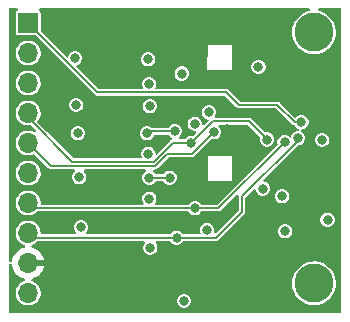
<source format=gbr>
%TF.GenerationSoftware,KiCad,Pcbnew,(5.99.0-3293-g62433736b)*%
%TF.CreationDate,2020-09-21T11:37:00+07:00*%
%TF.ProjectId,IMU_board,494d555f-626f-4617-9264-2e6b69636164,rev?*%
%TF.SameCoordinates,Original*%
%TF.FileFunction,Copper,L4,Bot*%
%TF.FilePolarity,Positive*%
%FSLAX46Y46*%
G04 Gerber Fmt 4.6, Leading zero omitted, Abs format (unit mm)*
G04 Created by KiCad (PCBNEW (5.99.0-3293-g62433736b)) date 2020-09-21 11:37:00*
%MOMM*%
%LPD*%
G01*
G04 APERTURE LIST*
%TA.AperFunction,ComponentPad*%
%ADD10R,1.700000X1.700000*%
%TD*%
%TA.AperFunction,ComponentPad*%
%ADD11O,1.700000X1.700000*%
%TD*%
%TA.AperFunction,ViaPad*%
%ADD12C,0.800000*%
%TD*%
%TA.AperFunction,ViaPad*%
%ADD13C,3.300000*%
%TD*%
%TA.AperFunction,Conductor*%
%ADD14C,0.152400*%
%TD*%
G04 APERTURE END LIST*
D10*
%TO.P,J1,1,Pin_1*%
%TO.N,LSM6D3_CS*%
X125050000Y-86960000D03*
D11*
%TO.P,J1,2,Pin_2*%
%TO.N,ICM20948_CS_3.3v*%
X125050000Y-89500000D03*
%TO.P,J1,3,Pin_3*%
%TO.N,ICM20948_DRDY_3.3v*%
X125050000Y-92040000D03*
%TO.P,J1,4,Pin_4*%
%TO.N,IMU_MISO_3.3v*%
X125050000Y-94580000D03*
%TO.P,J1,5,Pin_5*%
%TO.N,MPU9250_CS*%
X125050000Y-97120000D03*
%TO.P,J1,6,Pin_6*%
%TO.N,Net-(J1-Pad6)*%
X125050000Y-99660000D03*
%TO.P,J1,7,Pin_7*%
%TO.N,IMU_MOSI_3.3v*%
X125050000Y-102200000D03*
%TO.P,J1,8,Pin_8*%
%TO.N,IMU_CLK_3.3v*%
X125050000Y-104740000D03*
%TO.P,J1,9,Pin_9*%
%TO.N,GND*%
X125050000Y-107280000D03*
%TO.P,J1,10,Pin_10*%
%TO.N,+5V*%
X125050000Y-109820000D03*
%TD*%
D12*
%TO.N,GND*%
X150425000Y-105225000D03*
D13*
%TO.N,*%
X149250000Y-87750000D03*
X149250000Y-109000000D03*
D12*
%TO.N,MPU9250_CS*%
X140750000Y-96212500D03*
%TO.N,IMU_MOSI_3.3v*%
X139150000Y-102637500D03*
X146762500Y-97037500D03*
%TO.N,IMU_MOSI*%
X135325000Y-100050000D03*
X137025000Y-100050000D03*
%TO.N,IMU_MISO_3.3v*%
X145275000Y-96825000D03*
X138875000Y-97087500D03*
%TO.N,IMU_MISO*%
X135142500Y-96307500D03*
X137450000Y-96125000D03*
%TO.N,IMU_CLK_3.3v*%
X139162170Y-95487830D03*
X137611299Y-105138701D03*
X147875000Y-96725000D03*
%TO.N,ICM20948_DRDY*%
X140350000Y-94525000D03*
X135295000Y-92150000D03*
%TO.N,GND*%
X138100000Y-89512500D03*
X144500000Y-108775000D03*
X138325000Y-108775000D03*
X143162500Y-92962500D03*
X134950000Y-110650000D03*
X138600000Y-98725000D03*
X128800000Y-110475000D03*
X148900000Y-94550000D03*
X150100000Y-98125000D03*
X141925000Y-95962500D03*
X146400000Y-93225000D03*
X142475000Y-102612500D03*
X146662500Y-102862500D03*
%TO.N,+3V3*%
X129528799Y-104273799D03*
X129025000Y-89955000D03*
X150400000Y-103625000D03*
X149950000Y-96875000D03*
X146825000Y-104600000D03*
X129120000Y-93900000D03*
X140200000Y-104462500D03*
X129387889Y-100012111D03*
X144900000Y-100975000D03*
X138250000Y-110500000D03*
X129250000Y-96300000D03*
X146556250Y-101631250D03*
%TO.N,+1V8*%
X135225000Y-90030000D03*
X135378799Y-105998799D03*
X144550000Y-90687500D03*
X138050000Y-91237500D03*
X135345000Y-94000000D03*
X135312889Y-101837111D03*
X135227500Y-98032500D03*
%TO.N,LSM6D3_CS*%
X148187500Y-95362500D03*
%TD*%
D14*
%TO.N,MPU9250_CS*%
X140750000Y-96212500D02*
X138926201Y-98036299D01*
X136836305Y-98036299D02*
X135811494Y-99061111D01*
X138926201Y-98036299D02*
X136836305Y-98036299D01*
X135811494Y-99061111D02*
X126991111Y-99061111D01*
X126991111Y-99061111D02*
X125050000Y-97120000D01*
%TO.N,IMU_MOSI_3.3v*%
X141162500Y-102637500D02*
X139150000Y-102637500D01*
X139150000Y-102637500D02*
X125487500Y-102637500D01*
X125487500Y-102637500D02*
X125050000Y-102200000D01*
X146762500Y-97037500D02*
X141162500Y-102637500D01*
%TO.N,IMU_MOSI*%
X137025000Y-100050000D02*
X135325000Y-100050000D01*
%TO.N,IMU_MISO_3.3v*%
X138875000Y-97087500D02*
X137286722Y-97087500D01*
X128800521Y-98708701D02*
X125050000Y-94958180D01*
X143786299Y-95286299D02*
X145325000Y-96825000D01*
X138875000Y-97087500D02*
X140676201Y-95286299D01*
X137286722Y-97087500D02*
X135665521Y-98708701D01*
X140676201Y-95286299D02*
X143786299Y-95286299D01*
X135665521Y-98708701D02*
X128800521Y-98708701D01*
X125050000Y-94958180D02*
X125050000Y-94580000D01*
%TO.N,IMU_MISO*%
X135325000Y-96125000D02*
X135142500Y-96307500D01*
X137450000Y-96125000D02*
X135325000Y-96125000D01*
%TO.N,IMU_CLK_3.3v*%
X140949577Y-105138701D02*
X137611299Y-105138701D01*
X137611299Y-105138701D02*
X125448701Y-105138701D01*
X147875000Y-96725000D02*
X147875000Y-96925778D01*
X125448701Y-105138701D02*
X125050000Y-104740000D01*
X143151201Y-101649577D02*
X143151201Y-102937077D01*
X147875000Y-96925778D02*
X143151201Y-101649577D01*
X143151201Y-102937077D02*
X140949577Y-105138701D01*
%TO.N,LSM6D3_CS*%
X141326201Y-92826201D02*
X141824583Y-92826201D01*
X142898382Y-93900000D02*
X146159315Y-93900000D01*
X130916201Y-92826201D02*
X125050000Y-86960000D01*
X148187500Y-95362500D02*
X147621815Y-95362500D01*
X135276201Y-92826201D02*
X130916201Y-92826201D01*
X141824583Y-92826201D02*
X142898382Y-93900000D01*
X147621815Y-95362500D02*
X146159315Y-93900000D01*
X135276201Y-92826201D02*
X141326201Y-92826201D01*
%TD*%
%TA.AperFunction,Conductor*%
%TO.N,GND*%
G36*
X148860443Y-85720502D02*
G01*
X148906936Y-85774158D01*
X148917040Y-85844432D01*
X148887546Y-85909012D01*
X148818519Y-85949747D01*
X148703679Y-85974157D01*
X148397839Y-86098968D01*
X148380455Y-86110000D01*
X148118933Y-86275966D01*
X147875782Y-86499555D01*
X147749601Y-86665793D01*
X147676065Y-86762673D01*
X147526100Y-87056997D01*
X147430625Y-87373225D01*
X147392658Y-87701364D01*
X147413399Y-88031039D01*
X147452333Y-88189550D01*
X147492192Y-88351831D01*
X147626550Y-88653602D01*
X147649281Y-88687049D01*
X147801946Y-88911688D01*
X147812222Y-88926809D01*
X148043340Y-89162819D01*
X148312598Y-89354171D01*
X148611485Y-89494816D01*
X148611487Y-89494817D01*
X148611488Y-89494817D01*
X148930559Y-89580312D01*
X149095143Y-89594133D01*
X149259726Y-89607954D01*
X149259728Y-89607954D01*
X149369349Y-89597592D01*
X149588594Y-89576867D01*
X149843117Y-89505801D01*
X149906749Y-89488035D01*
X150094978Y-89397042D01*
X150204148Y-89344268D01*
X150471389Y-89150105D01*
X150700024Y-88911687D01*
X150882823Y-88636553D01*
X150945331Y-88492105D01*
X151014013Y-88333391D01*
X151089443Y-88011792D01*
X151100623Y-87584836D01*
X151042127Y-87259729D01*
X150926985Y-86950119D01*
X150758834Y-86665793D01*
X150542991Y-86415736D01*
X150286279Y-86207855D01*
X150108282Y-86110000D01*
X149996815Y-86048720D01*
X149996814Y-86048720D01*
X149996811Y-86048718D01*
X149691350Y-85945919D01*
X149633167Y-85905234D01*
X149606217Y-85839551D01*
X149619055Y-85769725D01*
X149667606Y-85717925D01*
X149731539Y-85700500D01*
X151549501Y-85700500D01*
X151549500Y-111549500D01*
X123450500Y-111549500D01*
X123450500Y-107475753D01*
X123470502Y-107407632D01*
X123524158Y-107361139D01*
X123594432Y-107351035D01*
X123659012Y-107380529D01*
X123702145Y-107466306D01*
X123704432Y-107496728D01*
X123760186Y-107720345D01*
X123852820Y-107931369D01*
X123979683Y-108123768D01*
X124137153Y-108292044D01*
X124320723Y-108431381D01*
X124525141Y-108537794D01*
X124692640Y-108591572D01*
X124751385Y-108631441D01*
X124779250Y-108696741D01*
X124767387Y-108766739D01*
X124701323Y-108828365D01*
X124691763Y-108832227D01*
X124561186Y-108884984D01*
X124388883Y-108997736D01*
X124241762Y-109141808D01*
X124125426Y-109311711D01*
X124044308Y-109500976D01*
X124001495Y-109702391D01*
X123998924Y-109886553D01*
X123998620Y-109908289D01*
X124035791Y-110110817D01*
X124111596Y-110302279D01*
X124223139Y-110475359D01*
X124366182Y-110623484D01*
X124535269Y-110741003D01*
X124723962Y-110823441D01*
X124925077Y-110867659D01*
X125130943Y-110871970D01*
X125130945Y-110871970D01*
X125210436Y-110857954D01*
X125333731Y-110836215D01*
X125525715Y-110761748D01*
X125699570Y-110651415D01*
X125699572Y-110651414D01*
X125848690Y-110509411D01*
X125922421Y-110404890D01*
X137649500Y-110404890D01*
X137649500Y-110595110D01*
X137708281Y-110776019D01*
X137820090Y-110929910D01*
X137973981Y-111041719D01*
X138154890Y-111100500D01*
X138345110Y-111100500D01*
X138526019Y-111041719D01*
X138679910Y-110929910D01*
X138791719Y-110776019D01*
X138850500Y-110595110D01*
X138850500Y-110404890D01*
X138791719Y-110223981D01*
X138679910Y-110070090D01*
X138526019Y-109958281D01*
X138345110Y-109899500D01*
X138154890Y-109899500D01*
X137973981Y-109958281D01*
X137820090Y-110070090D01*
X137708281Y-110223981D01*
X137649500Y-110404890D01*
X125922421Y-110404890D01*
X125967387Y-110341148D01*
X126051140Y-110153035D01*
X126096760Y-109952237D01*
X126100045Y-109717042D01*
X126077233Y-109601831D01*
X126060050Y-109515050D01*
X125981579Y-109324668D01*
X125867629Y-109153160D01*
X125722535Y-109007049D01*
X125722533Y-109007047D01*
X125639981Y-108951364D01*
X147392658Y-108951364D01*
X147413399Y-109281039D01*
X147424116Y-109324670D01*
X147492192Y-109601831D01*
X147626550Y-109903602D01*
X147663710Y-109958281D01*
X147801946Y-110161688D01*
X147812222Y-110176809D01*
X148043340Y-110412819D01*
X148312598Y-110604171D01*
X148611485Y-110744816D01*
X148611487Y-110744817D01*
X148611488Y-110744817D01*
X148930559Y-110830312D01*
X149095144Y-110844133D01*
X149259726Y-110857954D01*
X149259728Y-110857954D01*
X149369349Y-110847592D01*
X149588594Y-110826867D01*
X149843117Y-110755801D01*
X149906749Y-110738035D01*
X150085934Y-110651414D01*
X150204148Y-110594268D01*
X150471389Y-110400105D01*
X150700024Y-110161687D01*
X150882823Y-109886553D01*
X150962517Y-109702391D01*
X151014013Y-109583391D01*
X151089443Y-109261792D01*
X151100623Y-108834836D01*
X151042127Y-108509729D01*
X150926985Y-108200119D01*
X150758834Y-107915793D01*
X150542991Y-107665736D01*
X150286279Y-107457855D01*
X149996811Y-107298718D01*
X149683737Y-107193357D01*
X149683734Y-107193356D01*
X149356956Y-107145102D01*
X149356953Y-107145102D01*
X149026788Y-107155478D01*
X148703679Y-107224157D01*
X148397839Y-107348968D01*
X148397836Y-107348970D01*
X148118933Y-107525966D01*
X147875782Y-107749555D01*
X147789276Y-107863523D01*
X147676065Y-108012673D01*
X147526100Y-108306997D01*
X147430625Y-108623225D01*
X147392658Y-108951364D01*
X125639981Y-108951364D01*
X125551822Y-108891900D01*
X125402816Y-108829264D01*
X125347770Y-108784428D01*
X125325702Y-108716948D01*
X125343620Y-108648250D01*
X125419756Y-108594623D01*
X125419116Y-108592956D01*
X125425724Y-108590420D01*
X125426954Y-108589553D01*
X125429096Y-108589125D01*
X125644250Y-108506535D01*
X125842412Y-108388874D01*
X126017917Y-108239509D01*
X126165748Y-108062705D01*
X126281674Y-107863523D01*
X126362383Y-107647660D01*
X126384065Y-107534000D01*
X124796000Y-107534000D01*
X124796000Y-107026000D01*
X126384308Y-107026000D01*
X126369198Y-106937600D01*
X126292649Y-106720226D01*
X126180569Y-106518860D01*
X126036158Y-106339247D01*
X125863558Y-106186544D01*
X125667688Y-106065101D01*
X125454159Y-105978395D01*
X125419309Y-105970733D01*
X125357073Y-105936569D01*
X125323186Y-105874181D01*
X125328409Y-105803377D01*
X125400800Y-105730200D01*
X125525712Y-105681749D01*
X125525711Y-105681749D01*
X125525715Y-105681748D01*
X125699570Y-105571415D01*
X125699572Y-105571414D01*
X125819635Y-105457080D01*
X125863403Y-105415401D01*
X134813116Y-105415401D01*
X134881237Y-105435403D01*
X134927730Y-105489059D01*
X134937834Y-105559333D01*
X134915052Y-105615462D01*
X134837080Y-105722780D01*
X134778299Y-105903689D01*
X134778299Y-106093909D01*
X134837080Y-106274818D01*
X134948889Y-106428709D01*
X135102780Y-106540518D01*
X135283689Y-106599299D01*
X135473909Y-106599299D01*
X135654818Y-106540518D01*
X135808709Y-106428709D01*
X135920518Y-106274818D01*
X135979299Y-106093909D01*
X135979299Y-105903689D01*
X135920518Y-105722780D01*
X135842546Y-105615462D01*
X135818688Y-105548595D01*
X135834768Y-105479443D01*
X135885681Y-105429963D01*
X135944482Y-105415401D01*
X137070075Y-105415401D01*
X137181389Y-105568611D01*
X137335280Y-105680420D01*
X137516189Y-105739201D01*
X137706409Y-105739201D01*
X137887318Y-105680420D01*
X138041209Y-105568611D01*
X138152523Y-105415401D01*
X140902385Y-105415401D01*
X140917449Y-105420691D01*
X140964986Y-105415401D01*
X140980768Y-105415401D01*
X140995800Y-105411972D01*
X141042914Y-105406729D01*
X141056703Y-105398079D01*
X141072656Y-105394440D01*
X141110213Y-105364512D01*
X141123266Y-105356324D01*
X141134162Y-105345428D01*
X141171384Y-105315767D01*
X141178429Y-105301161D01*
X141974700Y-104504890D01*
X146224500Y-104504890D01*
X146224500Y-104695110D01*
X146283281Y-104876019D01*
X146395090Y-105029910D01*
X146548981Y-105141719D01*
X146729890Y-105200500D01*
X146920110Y-105200500D01*
X147101019Y-105141719D01*
X147254910Y-105029910D01*
X147366719Y-104876019D01*
X147425500Y-104695110D01*
X147425500Y-104504890D01*
X147366719Y-104323981D01*
X147254910Y-104170090D01*
X147101019Y-104058281D01*
X146920110Y-103999500D01*
X146729890Y-103999500D01*
X146548981Y-104058281D01*
X146395090Y-104170090D01*
X146283281Y-104323981D01*
X146224500Y-104504890D01*
X141974700Y-104504890D01*
X142949700Y-103529890D01*
X149799500Y-103529890D01*
X149799500Y-103720110D01*
X149858281Y-103901019D01*
X149970090Y-104054910D01*
X150123981Y-104166719D01*
X150304890Y-104225500D01*
X150495110Y-104225500D01*
X150676019Y-104166719D01*
X150829910Y-104054910D01*
X150941719Y-103901019D01*
X151000500Y-103720110D01*
X151000500Y-103529890D01*
X150941719Y-103348981D01*
X150829910Y-103195090D01*
X150676019Y-103083281D01*
X150495110Y-103024500D01*
X150304890Y-103024500D01*
X150123981Y-103083281D01*
X149970090Y-103195090D01*
X149858281Y-103348981D01*
X149799500Y-103529890D01*
X142949700Y-103529890D01*
X143313486Y-103166105D01*
X143327880Y-103159193D01*
X143357760Y-103121831D01*
X143368914Y-103110678D01*
X143377117Y-103097627D01*
X143406725Y-103060603D01*
X143410359Y-103044735D01*
X143419067Y-103030881D01*
X143424460Y-102983164D01*
X143427901Y-102968143D01*
X143427901Y-102952730D01*
X143433247Y-102905440D01*
X143430257Y-102896878D01*
X143427901Y-102890130D01*
X143427901Y-101764189D01*
X144255965Y-100936125D01*
X144358281Y-101251020D01*
X144390520Y-101295392D01*
X144470090Y-101404910D01*
X144623981Y-101516719D01*
X144804890Y-101575500D01*
X144995110Y-101575500D01*
X145116247Y-101536140D01*
X145955750Y-101536140D01*
X145955750Y-101726360D01*
X146014531Y-101907269D01*
X146126340Y-102061160D01*
X146280231Y-102172969D01*
X146461140Y-102231750D01*
X146651360Y-102231750D01*
X146832269Y-102172969D01*
X146986160Y-102061160D01*
X147097969Y-101907269D01*
X147156750Y-101726360D01*
X147156750Y-101536140D01*
X147097969Y-101355231D01*
X146986160Y-101201340D01*
X146832269Y-101089531D01*
X146651360Y-101030750D01*
X146461140Y-101030750D01*
X146280231Y-101089531D01*
X146126340Y-101201340D01*
X146014531Y-101355231D01*
X145955750Y-101536140D01*
X145116247Y-101536140D01*
X145176019Y-101516719D01*
X145329910Y-101404910D01*
X145441719Y-101251019D01*
X145500500Y-101070110D01*
X145500500Y-100879890D01*
X145441719Y-100698981D01*
X145329910Y-100545090D01*
X145176020Y-100433281D01*
X144861125Y-100330965D01*
X147866591Y-97325500D01*
X147970110Y-97325500D01*
X148151019Y-97266719D01*
X148304910Y-97154910D01*
X148416719Y-97001019D01*
X148475500Y-96820110D01*
X148475500Y-96779890D01*
X149349500Y-96779890D01*
X149349500Y-96970110D01*
X149408281Y-97151019D01*
X149520090Y-97304910D01*
X149673981Y-97416719D01*
X149854890Y-97475500D01*
X150045110Y-97475500D01*
X150226019Y-97416719D01*
X150379910Y-97304910D01*
X150491719Y-97151019D01*
X150550500Y-96970110D01*
X150550500Y-96779890D01*
X150491719Y-96598981D01*
X150379910Y-96445090D01*
X150226019Y-96333281D01*
X150045110Y-96274500D01*
X149854890Y-96274500D01*
X149673981Y-96333281D01*
X149520090Y-96445090D01*
X149408281Y-96598981D01*
X149349500Y-96779890D01*
X148475500Y-96779890D01*
X148475500Y-96629890D01*
X148416719Y-96448981D01*
X148304910Y-96295090D01*
X148180761Y-96204890D01*
X148161555Y-96190936D01*
X148118201Y-96134714D01*
X148112126Y-96063977D01*
X148145258Y-96001186D01*
X148235616Y-95963000D01*
X148282610Y-95963000D01*
X148463519Y-95904219D01*
X148617410Y-95792410D01*
X148729219Y-95638519D01*
X148788000Y-95457610D01*
X148788000Y-95267390D01*
X148729219Y-95086481D01*
X148617410Y-94932590D01*
X148463519Y-94820781D01*
X148282610Y-94762000D01*
X148092390Y-94762000D01*
X147911481Y-94820781D01*
X147656595Y-95005967D01*
X146388344Y-93737717D01*
X146381431Y-93723321D01*
X146344064Y-93693437D01*
X146332917Y-93682289D01*
X146319874Y-93674091D01*
X146282842Y-93644477D01*
X146282841Y-93644477D01*
X146282840Y-93644476D01*
X146266970Y-93640841D01*
X146253119Y-93632136D01*
X146205413Y-93626743D01*
X146190381Y-93623300D01*
X146174959Y-93623300D01*
X146127679Y-93617955D01*
X146112373Y-93623300D01*
X143012995Y-93623300D01*
X142053612Y-92663918D01*
X142046699Y-92649522D01*
X142009332Y-92619638D01*
X141998185Y-92608490D01*
X141985142Y-92600292D01*
X141948110Y-92570678D01*
X141948109Y-92570678D01*
X141948108Y-92570677D01*
X141932238Y-92567042D01*
X141918387Y-92558337D01*
X141870681Y-92552944D01*
X141855649Y-92549501D01*
X141840227Y-92549501D01*
X141792947Y-92544156D01*
X141777641Y-92549501D01*
X135796597Y-92549501D01*
X135853935Y-92373035D01*
X135895500Y-92245110D01*
X135895500Y-92054890D01*
X135836719Y-91873981D01*
X135724910Y-91720090D01*
X135571019Y-91608281D01*
X135390110Y-91549500D01*
X135199890Y-91549500D01*
X135018981Y-91608281D01*
X134865090Y-91720090D01*
X134753281Y-91873981D01*
X134694500Y-92054890D01*
X134694500Y-92245110D01*
X134736066Y-92373035D01*
X134793403Y-92549501D01*
X131030814Y-92549501D01*
X129623703Y-91142390D01*
X137449500Y-91142390D01*
X137449500Y-91332610D01*
X137508281Y-91513519D01*
X137620090Y-91667410D01*
X137773981Y-91779219D01*
X137954890Y-91838000D01*
X138145110Y-91838000D01*
X138326019Y-91779219D01*
X138479910Y-91667410D01*
X138591719Y-91513519D01*
X138650500Y-91332610D01*
X138650500Y-91142390D01*
X138591719Y-90961481D01*
X138574296Y-90937500D01*
X140225000Y-90937500D01*
X142275000Y-90937500D01*
X142275000Y-90592390D01*
X143949500Y-90592390D01*
X143949500Y-90782610D01*
X144008281Y-90963519D01*
X144120090Y-91117410D01*
X144273981Y-91229219D01*
X144454890Y-91288000D01*
X144645110Y-91288000D01*
X144826019Y-91229219D01*
X144979910Y-91117410D01*
X145091719Y-90963519D01*
X145150500Y-90782610D01*
X145150500Y-90592390D01*
X145091719Y-90411481D01*
X144979910Y-90257590D01*
X144826019Y-90145781D01*
X144645110Y-90087000D01*
X144454890Y-90087000D01*
X144273981Y-90145781D01*
X144120090Y-90257590D01*
X144008281Y-90411481D01*
X143949500Y-90592390D01*
X142275000Y-90592390D01*
X142275000Y-88812500D01*
X140250000Y-88812500D01*
X140225000Y-90937500D01*
X138574296Y-90937500D01*
X138479910Y-90807590D01*
X138326019Y-90695781D01*
X138145110Y-90637000D01*
X137954890Y-90637000D01*
X137773981Y-90695781D01*
X137620090Y-90807590D01*
X137508281Y-90961481D01*
X137449500Y-91142390D01*
X129623703Y-91142390D01*
X129057242Y-90575929D01*
X129301019Y-90496719D01*
X129454910Y-90384910D01*
X129566719Y-90231019D01*
X129625500Y-90050110D01*
X129625500Y-89934890D01*
X134624500Y-89934890D01*
X134624500Y-90125110D01*
X134683281Y-90306019D01*
X134795090Y-90459910D01*
X134948981Y-90571719D01*
X135129890Y-90630500D01*
X135320110Y-90630500D01*
X135501019Y-90571719D01*
X135654910Y-90459910D01*
X135766719Y-90306019D01*
X135825500Y-90125110D01*
X135825500Y-89934890D01*
X135766719Y-89753981D01*
X135654910Y-89600090D01*
X135501019Y-89488281D01*
X135320110Y-89429500D01*
X135129890Y-89429500D01*
X134948981Y-89488281D01*
X134795090Y-89600090D01*
X134683281Y-89753981D01*
X134624500Y-89934890D01*
X129625500Y-89934890D01*
X129625500Y-89859890D01*
X129566719Y-89678981D01*
X129454910Y-89525090D01*
X129301019Y-89413281D01*
X129120110Y-89354500D01*
X128929890Y-89354500D01*
X128748981Y-89413281D01*
X128595090Y-89525090D01*
X128483281Y-89678981D01*
X128404071Y-89922758D01*
X126103918Y-87622606D01*
X126103918Y-86109998D01*
X126088397Y-86031964D01*
X126044193Y-85965809D01*
X125992495Y-85931265D01*
X125946968Y-85876787D01*
X125938121Y-85806344D01*
X125968762Y-85742300D01*
X126062498Y-85700500D01*
X148792322Y-85700500D01*
X148860443Y-85720502D01*
G37*
%TD.AperFunction*%
%TA.AperFunction,Conductor*%
G36*
X124105623Y-85720502D02*
G01*
X124152116Y-85774158D01*
X124162220Y-85844432D01*
X124107505Y-85931265D01*
X124055807Y-85965809D01*
X124011603Y-86031964D01*
X123996082Y-86109998D01*
X123996082Y-87810002D01*
X124011603Y-87888036D01*
X124055808Y-87954192D01*
X124121964Y-87998397D01*
X124199998Y-88013918D01*
X125712606Y-88013918D01*
X130687173Y-92988486D01*
X130694085Y-93002880D01*
X130731447Y-93032760D01*
X130742598Y-93043912D01*
X130755653Y-93052117D01*
X130792676Y-93081725D01*
X130808546Y-93085360D01*
X130822396Y-93094065D01*
X130870103Y-93099458D01*
X130885135Y-93102901D01*
X130900557Y-93102901D01*
X130947837Y-93108246D01*
X130963143Y-93102901D01*
X141709971Y-93102901D01*
X142669354Y-94062286D01*
X142676266Y-94076679D01*
X142713628Y-94106559D01*
X142724779Y-94117711D01*
X142737834Y-94125916D01*
X142774857Y-94155524D01*
X142790727Y-94159159D01*
X142804577Y-94167864D01*
X142852284Y-94173257D01*
X142867316Y-94176700D01*
X142882738Y-94176700D01*
X142930018Y-94182045D01*
X142945324Y-94176700D01*
X146044703Y-94176700D01*
X147392787Y-95524785D01*
X147399699Y-95539179D01*
X147437056Y-95569054D01*
X147448214Y-95580212D01*
X147453352Y-95583441D01*
X147461265Y-95588414D01*
X147498290Y-95618024D01*
X147514158Y-95621658D01*
X147528009Y-95630364D01*
X147528011Y-95630365D01*
X147575722Y-95635758D01*
X147590748Y-95639200D01*
X147606170Y-95639200D01*
X147649865Y-95644140D01*
X147757590Y-95792410D01*
X147900945Y-95896564D01*
X147944299Y-95952786D01*
X147950374Y-96023523D01*
X147917242Y-96086314D01*
X147826884Y-96124500D01*
X147779890Y-96124500D01*
X147598981Y-96183281D01*
X147445090Y-96295090D01*
X147333281Y-96448981D01*
X147264683Y-96660101D01*
X147192411Y-96607592D01*
X147192410Y-96607590D01*
X147038519Y-96495781D01*
X146857610Y-96437000D01*
X146667390Y-96437000D01*
X146486481Y-96495781D01*
X146332590Y-96607590D01*
X146220781Y-96761481D01*
X146162000Y-96942390D01*
X146162000Y-97132610D01*
X146189976Y-97218711D01*
X141047888Y-102360800D01*
X139691224Y-102360800D01*
X139579910Y-102207590D01*
X139426019Y-102095781D01*
X139245110Y-102037000D01*
X139054890Y-102037000D01*
X138873981Y-102095781D01*
X138720090Y-102207590D01*
X138608776Y-102360800D01*
X135921954Y-102360800D01*
X135853833Y-102340798D01*
X135807340Y-102287142D01*
X135797236Y-102216868D01*
X135820018Y-102160739D01*
X135854608Y-102113130D01*
X135913389Y-101932221D01*
X135913389Y-101742001D01*
X135854608Y-101561092D01*
X135742799Y-101407201D01*
X135588908Y-101295392D01*
X135407999Y-101236611D01*
X135217779Y-101236611D01*
X135036870Y-101295392D01*
X134882979Y-101407201D01*
X134771170Y-101561092D01*
X134712389Y-101742001D01*
X134712389Y-101932221D01*
X134771170Y-102113130D01*
X134805760Y-102160739D01*
X134829619Y-102227607D01*
X134813538Y-102296758D01*
X134762624Y-102346239D01*
X134703824Y-102360800D01*
X126096360Y-102360800D01*
X126096759Y-102332241D01*
X126096760Y-102332237D01*
X126100045Y-102097042D01*
X126100045Y-102097040D01*
X126060050Y-101895050D01*
X125981579Y-101704668D01*
X125867629Y-101533160D01*
X125722535Y-101387049D01*
X125722533Y-101387047D01*
X125551822Y-101271900D01*
X125361996Y-101192105D01*
X125361995Y-101192105D01*
X125361993Y-101192104D01*
X125160289Y-101150700D01*
X125005853Y-101149622D01*
X124954375Y-101149262D01*
X124954374Y-101149262D01*
X124752106Y-101187847D01*
X124656647Y-101226415D01*
X124561186Y-101264984D01*
X124388883Y-101377736D01*
X124241762Y-101521808D01*
X124125426Y-101691711D01*
X124044308Y-101880976D01*
X124011143Y-102037000D01*
X124001495Y-102082391D01*
X123998620Y-102288289D01*
X124035791Y-102490817D01*
X124111596Y-102682279D01*
X124223139Y-102855359D01*
X124366182Y-103003484D01*
X124535269Y-103121003D01*
X124723962Y-103203441D01*
X124925077Y-103247659D01*
X125130943Y-103251970D01*
X125130945Y-103251970D01*
X125210175Y-103238000D01*
X125333731Y-103216215D01*
X125525715Y-103141748D01*
X125699570Y-103031416D01*
X125822660Y-102914200D01*
X138608776Y-102914200D01*
X138720090Y-103067410D01*
X138873981Y-103179219D01*
X139054890Y-103238000D01*
X139245110Y-103238000D01*
X139426019Y-103179219D01*
X139579910Y-103067410D01*
X139691224Y-102914200D01*
X141115308Y-102914200D01*
X141130372Y-102919490D01*
X141177909Y-102914200D01*
X141193691Y-102914200D01*
X141208723Y-102910771D01*
X141255837Y-102905528D01*
X141269626Y-102896878D01*
X141285579Y-102893239D01*
X141323136Y-102863311D01*
X141336189Y-102855123D01*
X141347085Y-102844227D01*
X141384307Y-102814566D01*
X141391352Y-102799960D01*
X142659407Y-101531906D01*
X142721718Y-101497880D01*
X142792533Y-101502945D01*
X142849369Y-101545492D01*
X142874501Y-101621001D01*
X142874501Y-101633933D01*
X142869156Y-101681213D01*
X142874501Y-101696519D01*
X142874502Y-102822463D01*
X141853077Y-103843889D01*
X141008515Y-104688451D01*
X140946203Y-104722476D01*
X140875388Y-104717412D01*
X140818552Y-104674865D01*
X140793741Y-104608345D01*
X140799587Y-104560420D01*
X140800500Y-104557610D01*
X140800500Y-104367390D01*
X140741719Y-104186481D01*
X140629910Y-104032590D01*
X140476019Y-103920781D01*
X140295110Y-103862000D01*
X140104890Y-103862000D01*
X139923981Y-103920781D01*
X139770090Y-104032590D01*
X139658281Y-104186481D01*
X139599500Y-104367390D01*
X139599500Y-104557610D01*
X139698403Y-104862001D01*
X138152523Y-104862001D01*
X138041209Y-104708791D01*
X137887318Y-104596982D01*
X137706409Y-104538201D01*
X137516189Y-104538201D01*
X137335280Y-104596982D01*
X137181389Y-104708791D01*
X137070075Y-104862001D01*
X130090992Y-104862001D01*
X130022871Y-104841999D01*
X129976378Y-104788343D01*
X129966274Y-104718069D01*
X129989056Y-104661940D01*
X130070518Y-104549818D01*
X130129299Y-104368909D01*
X130129299Y-104178689D01*
X130070518Y-103997780D01*
X129958709Y-103843889D01*
X129804818Y-103732080D01*
X129623909Y-103673299D01*
X129433689Y-103673299D01*
X129252780Y-103732080D01*
X129098889Y-103843889D01*
X128987080Y-103997780D01*
X128928299Y-104178689D01*
X128928299Y-104368909D01*
X128987080Y-104549818D01*
X129068542Y-104661940D01*
X129092400Y-104728807D01*
X129076320Y-104797959D01*
X129025406Y-104847439D01*
X128966606Y-104862001D01*
X126096903Y-104862001D01*
X126100045Y-104637042D01*
X126092113Y-104596982D01*
X126060050Y-104435050D01*
X125981579Y-104244668D01*
X125867629Y-104073160D01*
X125722535Y-103927049D01*
X125722533Y-103927047D01*
X125551822Y-103811900D01*
X125361996Y-103732105D01*
X125361995Y-103732105D01*
X125361993Y-103732104D01*
X125160289Y-103690700D01*
X125005853Y-103689621D01*
X124954375Y-103689262D01*
X124954374Y-103689262D01*
X124752106Y-103727847D01*
X124656646Y-103766416D01*
X124561186Y-103804984D01*
X124388883Y-103917736D01*
X124241762Y-104061808D01*
X124125426Y-104231711D01*
X124044308Y-104420976D01*
X124001495Y-104622391D01*
X123999044Y-104797959D01*
X123998620Y-104828289D01*
X124035791Y-105030817D01*
X124111596Y-105222279D01*
X124223139Y-105395359D01*
X124366182Y-105543484D01*
X124535269Y-105661003D01*
X124703158Y-105734352D01*
X124757574Y-105779954D01*
X124778697Y-105847735D01*
X124759822Y-105916176D01*
X124688921Y-105970500D01*
X124549386Y-106012363D01*
X124342960Y-106114833D01*
X124156749Y-106250621D01*
X123996079Y-106415841D01*
X123865546Y-106605768D01*
X123768880Y-106814972D01*
X123708842Y-107037482D01*
X123701941Y-107110484D01*
X123675617Y-107176421D01*
X123617824Y-107217658D01*
X123546911Y-107221104D01*
X123485392Y-107185664D01*
X123450500Y-107098627D01*
X123450500Y-99748289D01*
X123998620Y-99748289D01*
X124035791Y-99950817D01*
X124111596Y-100142279D01*
X124223139Y-100315359D01*
X124366182Y-100463484D01*
X124535269Y-100581003D01*
X124723962Y-100663441D01*
X124925077Y-100707659D01*
X125130943Y-100711970D01*
X125130945Y-100711970D01*
X125204611Y-100698981D01*
X125333731Y-100676215D01*
X125525715Y-100601748D01*
X125699570Y-100491415D01*
X125699572Y-100491414D01*
X125848690Y-100349411D01*
X125861703Y-100330965D01*
X125967386Y-100181149D01*
X125967387Y-100181148D01*
X126051140Y-99993035D01*
X126096760Y-99792237D01*
X126100045Y-99557042D01*
X126092160Y-99517218D01*
X126060050Y-99355050D01*
X126011718Y-99237790D01*
X125981580Y-99164670D01*
X125867628Y-98993159D01*
X125722533Y-98847047D01*
X125551822Y-98731900D01*
X125361996Y-98652105D01*
X125361995Y-98652105D01*
X125361993Y-98652104D01*
X125160289Y-98610700D01*
X125005853Y-98609621D01*
X124954375Y-98609262D01*
X124954374Y-98609262D01*
X124752106Y-98647847D01*
X124656647Y-98686415D01*
X124561186Y-98724984D01*
X124388883Y-98837736D01*
X124241762Y-98981808D01*
X124125426Y-99151711D01*
X124125426Y-99151712D01*
X124045665Y-99337811D01*
X124044308Y-99340976D01*
X124008481Y-99509525D01*
X124001495Y-99542391D01*
X123998620Y-99748289D01*
X123450500Y-99748289D01*
X123450500Y-94668289D01*
X123998620Y-94668289D01*
X124035791Y-94870817D01*
X124111596Y-95062279D01*
X124223139Y-95235359D01*
X124366182Y-95383484D01*
X124535269Y-95501003D01*
X124723962Y-95583441D01*
X124925077Y-95627659D01*
X125130943Y-95631970D01*
X125130945Y-95631970D01*
X125245161Y-95611831D01*
X125302269Y-95601762D01*
X125685282Y-95984775D01*
X125719308Y-96047087D01*
X125714243Y-96117902D01*
X125671696Y-96174738D01*
X125605176Y-96199549D01*
X125547363Y-96190025D01*
X125361996Y-96112105D01*
X125361995Y-96112105D01*
X125361993Y-96112104D01*
X125160289Y-96070700D01*
X125005853Y-96069622D01*
X124954375Y-96069262D01*
X124954374Y-96069262D01*
X124752106Y-96107847D01*
X124656646Y-96146416D01*
X124561186Y-96184984D01*
X124388883Y-96297736D01*
X124241762Y-96441808D01*
X124125426Y-96611711D01*
X124044308Y-96800976D01*
X124018985Y-96920110D01*
X124001495Y-97002391D01*
X123998620Y-97208289D01*
X124035791Y-97410817D01*
X124111596Y-97602279D01*
X124223139Y-97775359D01*
X124366182Y-97923484D01*
X124535269Y-98041003D01*
X124723962Y-98123441D01*
X124925077Y-98167659D01*
X125130943Y-98171970D01*
X125130945Y-98171970D01*
X125266136Y-98148133D01*
X125333733Y-98136214D01*
X125393417Y-98113064D01*
X125525712Y-98061749D01*
X125525715Y-98061747D01*
X125579552Y-98040864D01*
X126762083Y-99223396D01*
X126768995Y-99237790D01*
X126806357Y-99267670D01*
X126817510Y-99278824D01*
X126830561Y-99287027D01*
X126867585Y-99316635D01*
X126883453Y-99320269D01*
X126897307Y-99328977D01*
X126945024Y-99334370D01*
X126960045Y-99337811D01*
X126975454Y-99337811D01*
X127013290Y-99342088D01*
X127022748Y-99343157D01*
X127022749Y-99343157D01*
X127038058Y-99337811D01*
X128906565Y-99337811D01*
X128974686Y-99357813D01*
X129021179Y-99411469D01*
X129031283Y-99481743D01*
X128980626Y-99565747D01*
X128957979Y-99582201D01*
X128846170Y-99736092D01*
X128787389Y-99917001D01*
X128787389Y-100107221D01*
X128846170Y-100288130D01*
X128957979Y-100442021D01*
X129111870Y-100553830D01*
X129292779Y-100612611D01*
X129482999Y-100612611D01*
X129663908Y-100553830D01*
X129817799Y-100442021D01*
X129929608Y-100288130D01*
X129988389Y-100107221D01*
X129988389Y-99917001D01*
X129929608Y-99736092D01*
X129817799Y-99582201D01*
X129795152Y-99565747D01*
X129751798Y-99509525D01*
X129745723Y-99438789D01*
X129778854Y-99375997D01*
X129869213Y-99337811D01*
X134895825Y-99337811D01*
X134963946Y-99357813D01*
X135010439Y-99411469D01*
X135020543Y-99481743D01*
X134969886Y-99565747D01*
X134895090Y-99620090D01*
X134783281Y-99773981D01*
X134724500Y-99954890D01*
X134724500Y-100145110D01*
X134783281Y-100326019D01*
X134895090Y-100479910D01*
X135048981Y-100591719D01*
X135229890Y-100650500D01*
X135420110Y-100650500D01*
X135601019Y-100591719D01*
X135754910Y-100479910D01*
X135866224Y-100326700D01*
X136483776Y-100326700D01*
X136595090Y-100479910D01*
X136748981Y-100591719D01*
X136929890Y-100650500D01*
X137120110Y-100650500D01*
X137301019Y-100591719D01*
X137454910Y-100479910D01*
X137566719Y-100326019D01*
X137625500Y-100145110D01*
X137625500Y-99954890D01*
X137566719Y-99773981D01*
X137454910Y-99620090D01*
X137301019Y-99508281D01*
X137120110Y-99449500D01*
X136929890Y-99449500D01*
X136748981Y-99508281D01*
X136595090Y-99620090D01*
X136483776Y-99773300D01*
X135866224Y-99773300D01*
X135754910Y-99620090D01*
X135690702Y-99573440D01*
X135647348Y-99517218D01*
X135641273Y-99446481D01*
X135674404Y-99383690D01*
X135750827Y-99346277D01*
X135826903Y-99337811D01*
X135842685Y-99337811D01*
X135857717Y-99334382D01*
X135904831Y-99329139D01*
X135918620Y-99320489D01*
X135934573Y-99316850D01*
X135972130Y-99286922D01*
X135985183Y-99278734D01*
X135996079Y-99267838D01*
X136033301Y-99238177D01*
X136040346Y-99223571D01*
X136950918Y-98312999D01*
X138879009Y-98312999D01*
X138894073Y-98318289D01*
X138941610Y-98312999D01*
X138957392Y-98312999D01*
X138972424Y-98309570D01*
X139019538Y-98304327D01*
X139033327Y-98295677D01*
X139049280Y-98292038D01*
X139086837Y-98262110D01*
X139099890Y-98253922D01*
X139110786Y-98243026D01*
X139148008Y-98213365D01*
X139155053Y-98198759D01*
X139166312Y-98187500D01*
X140250000Y-98187500D01*
X140250000Y-100312500D01*
X142300000Y-100362500D01*
X142325000Y-98187500D01*
X140250000Y-98187500D01*
X139166312Y-98187500D01*
X140568789Y-96785024D01*
X140654890Y-96813000D01*
X140845110Y-96813000D01*
X141026019Y-96754219D01*
X141179910Y-96642410D01*
X141291719Y-96488519D01*
X141350500Y-96307610D01*
X141350500Y-96117390D01*
X141291719Y-95936481D01*
X141179910Y-95782590D01*
X141168180Y-95766445D01*
X141170956Y-95764428D01*
X141148042Y-95734712D01*
X141141967Y-95663976D01*
X141175099Y-95601184D01*
X141265457Y-95562999D01*
X143671687Y-95562999D01*
X144714738Y-96606050D01*
X144674500Y-96729890D01*
X144674500Y-96920110D01*
X144733281Y-97101019D01*
X144845090Y-97254910D01*
X144998981Y-97366719D01*
X145179890Y-97425500D01*
X145370110Y-97425500D01*
X145551019Y-97366719D01*
X145704910Y-97254910D01*
X145816719Y-97101019D01*
X145875500Y-96920110D01*
X145875500Y-96729890D01*
X145816719Y-96548981D01*
X145704910Y-96395090D01*
X145551019Y-96283281D01*
X145370110Y-96224500D01*
X145115813Y-96224500D01*
X144015328Y-95124016D01*
X144008415Y-95109620D01*
X143971048Y-95079736D01*
X143959901Y-95068588D01*
X143946858Y-95060390D01*
X143909826Y-95030776D01*
X143909825Y-95030776D01*
X143909824Y-95030775D01*
X143893954Y-95027140D01*
X143880103Y-95018435D01*
X143832397Y-95013042D01*
X143817365Y-95009599D01*
X143801943Y-95009599D01*
X143754663Y-95004254D01*
X143739357Y-95009599D01*
X140987465Y-95009599D01*
X140919344Y-94989597D01*
X140872851Y-94935941D01*
X140862747Y-94865667D01*
X140885530Y-94809537D01*
X140891719Y-94801019D01*
X140950500Y-94620110D01*
X140950500Y-94429890D01*
X140891719Y-94248981D01*
X140779910Y-94095090D01*
X140626019Y-93983281D01*
X140445110Y-93924500D01*
X140254890Y-93924500D01*
X140073981Y-93983281D01*
X139920090Y-94095090D01*
X139808281Y-94248981D01*
X139749500Y-94429890D01*
X139749500Y-94620110D01*
X139808281Y-94801019D01*
X139920090Y-94954910D01*
X140073981Y-95066719D01*
X140398896Y-95172291D01*
X139977765Y-95593422D01*
X139915453Y-95627448D01*
X139844638Y-95622383D01*
X139787802Y-95579836D01*
X139762670Y-95504327D01*
X139762670Y-95392720D01*
X139703889Y-95211811D01*
X139592080Y-95057920D01*
X139438189Y-94946111D01*
X139257280Y-94887330D01*
X139067060Y-94887330D01*
X138886151Y-94946111D01*
X138732260Y-95057920D01*
X138620451Y-95211811D01*
X138561670Y-95392720D01*
X138561670Y-95582940D01*
X138620451Y-95763849D01*
X138732260Y-95917740D01*
X138886151Y-96029549D01*
X139067060Y-96088330D01*
X139178668Y-96088330D01*
X139246789Y-96108332D01*
X139293282Y-96161988D01*
X139303386Y-96232262D01*
X139267763Y-96303425D01*
X139056212Y-96514976D01*
X138997135Y-96495781D01*
X138970110Y-96487000D01*
X138779890Y-96487000D01*
X138598981Y-96545781D01*
X138445090Y-96657590D01*
X138333776Y-96810800D01*
X137915496Y-96810800D01*
X137847375Y-96790798D01*
X137800882Y-96737142D01*
X137790778Y-96666868D01*
X137841435Y-96582864D01*
X137879910Y-96554910D01*
X137991719Y-96401019D01*
X138050500Y-96220110D01*
X138050500Y-96029890D01*
X137991719Y-95848981D01*
X137879910Y-95695090D01*
X137726019Y-95583281D01*
X137545110Y-95524500D01*
X137354890Y-95524500D01*
X137173981Y-95583281D01*
X137020090Y-95695090D01*
X136908776Y-95848300D01*
X135532096Y-95848300D01*
X135418519Y-95765781D01*
X135237610Y-95707000D01*
X135047390Y-95707000D01*
X134866481Y-95765781D01*
X134712590Y-95877590D01*
X134600781Y-96031481D01*
X134542000Y-96212390D01*
X134542000Y-96402610D01*
X134600781Y-96583519D01*
X134712590Y-96737410D01*
X134866481Y-96849219D01*
X135047390Y-96908000D01*
X135237610Y-96908000D01*
X135418519Y-96849219D01*
X135572410Y-96737410D01*
X135684219Y-96583519D01*
X135714896Y-96489106D01*
X135743296Y-96401700D01*
X136908776Y-96401700D01*
X137020090Y-96554910D01*
X137173981Y-96666719D01*
X137173983Y-96666720D01*
X137276916Y-96741505D01*
X137163645Y-96831761D01*
X137163643Y-96831761D01*
X137126089Y-96861686D01*
X137113032Y-96869877D01*
X137102132Y-96880777D01*
X137064915Y-96910434D01*
X137057871Y-96925038D01*
X135881344Y-98101565D01*
X135769219Y-97756481D01*
X135657410Y-97602590D01*
X135503519Y-97490781D01*
X135322610Y-97432000D01*
X135132390Y-97432000D01*
X134951481Y-97490781D01*
X134797590Y-97602590D01*
X134685781Y-97756481D01*
X134627000Y-97937390D01*
X134627000Y-98127610D01*
X134670702Y-98262109D01*
X134725903Y-98432001D01*
X128915134Y-98432001D01*
X126688023Y-96204890D01*
X128649500Y-96204890D01*
X128649500Y-96395110D01*
X128708281Y-96576019D01*
X128820090Y-96729910D01*
X128973981Y-96841719D01*
X129154890Y-96900500D01*
X129345110Y-96900500D01*
X129526019Y-96841719D01*
X129679910Y-96729910D01*
X129791719Y-96576019D01*
X129850500Y-96395110D01*
X129850500Y-96204890D01*
X129791719Y-96023981D01*
X129679910Y-95870090D01*
X129526019Y-95758281D01*
X129345110Y-95699500D01*
X129154890Y-95699500D01*
X128973981Y-95758281D01*
X128820090Y-95870090D01*
X128708281Y-96023981D01*
X128649500Y-96204890D01*
X126688023Y-96204890D01*
X125808920Y-95325788D01*
X125950208Y-95125500D01*
X125967387Y-95101148D01*
X126051140Y-94913035D01*
X126096760Y-94712237D01*
X126100045Y-94477042D01*
X126090709Y-94429890D01*
X126060050Y-94275050D01*
X126010784Y-94155524D01*
X125981580Y-94084670D01*
X125966708Y-94062286D01*
X125867629Y-93913160D01*
X125760113Y-93804890D01*
X128519500Y-93804890D01*
X128519500Y-93995110D01*
X128578281Y-94176019D01*
X128690090Y-94329910D01*
X128843981Y-94441719D01*
X129024890Y-94500500D01*
X129215110Y-94500500D01*
X129396019Y-94441719D01*
X129549910Y-94329910D01*
X129661719Y-94176019D01*
X129720500Y-93995110D01*
X129720500Y-93904890D01*
X134744500Y-93904890D01*
X134744500Y-94095110D01*
X134803281Y-94276019D01*
X134915090Y-94429910D01*
X135068981Y-94541719D01*
X135249890Y-94600500D01*
X135440110Y-94600500D01*
X135621019Y-94541719D01*
X135774910Y-94429910D01*
X135886719Y-94276019D01*
X135945500Y-94095110D01*
X135945500Y-93904890D01*
X135886719Y-93723981D01*
X135774910Y-93570090D01*
X135621019Y-93458281D01*
X135440110Y-93399500D01*
X135249890Y-93399500D01*
X135068981Y-93458281D01*
X134915090Y-93570090D01*
X134803281Y-93723981D01*
X134744500Y-93904890D01*
X129720500Y-93904890D01*
X129720500Y-93804890D01*
X129661719Y-93623981D01*
X129549910Y-93470090D01*
X129396019Y-93358281D01*
X129215110Y-93299500D01*
X129024890Y-93299500D01*
X128843981Y-93358281D01*
X128690090Y-93470090D01*
X128578281Y-93623981D01*
X128519500Y-93804890D01*
X125760113Y-93804890D01*
X125722535Y-93767049D01*
X125722533Y-93767047D01*
X125551822Y-93651900D01*
X125361996Y-93572105D01*
X125361995Y-93572105D01*
X125361993Y-93572104D01*
X125160289Y-93530700D01*
X125005853Y-93529622D01*
X124954375Y-93529262D01*
X124954374Y-93529262D01*
X124752106Y-93567847D01*
X124656646Y-93606416D01*
X124561186Y-93644984D01*
X124388883Y-93757736D01*
X124241762Y-93901808D01*
X124125426Y-94071711D01*
X124044308Y-94260976D01*
X124008399Y-94429910D01*
X124001495Y-94462391D01*
X123998620Y-94668289D01*
X123450500Y-94668289D01*
X123450500Y-92128289D01*
X123998620Y-92128289D01*
X124035791Y-92330817D01*
X124111596Y-92522279D01*
X124223139Y-92695359D01*
X124366182Y-92843484D01*
X124535269Y-92961003D01*
X124723962Y-93043441D01*
X124925077Y-93087659D01*
X125130943Y-93091970D01*
X125130945Y-93091970D01*
X125191736Y-93081251D01*
X125333731Y-93056215D01*
X125525715Y-92981748D01*
X125699570Y-92871415D01*
X125699572Y-92871414D01*
X125848690Y-92729411D01*
X125967387Y-92561148D01*
X126051140Y-92373035D01*
X126096760Y-92172237D01*
X126100045Y-91937042D01*
X126087559Y-91873981D01*
X126060050Y-91735050D01*
X125981579Y-91544668D01*
X125867629Y-91373160D01*
X125722535Y-91227049D01*
X125722533Y-91227047D01*
X125551822Y-91111900D01*
X125361996Y-91032105D01*
X125361995Y-91032105D01*
X125361993Y-91032104D01*
X125160289Y-90990700D01*
X125005853Y-90989622D01*
X124954375Y-90989262D01*
X124954374Y-90989262D01*
X124752106Y-91027847D01*
X124656646Y-91066416D01*
X124561186Y-91104984D01*
X124388883Y-91217736D01*
X124241762Y-91361808D01*
X124125426Y-91531711D01*
X124076760Y-91645260D01*
X124044688Y-91720090D01*
X124044308Y-91720976D01*
X124031928Y-91779219D01*
X124001495Y-91922391D01*
X123998620Y-92128289D01*
X123450500Y-92128289D01*
X123450500Y-89588289D01*
X123998620Y-89588289D01*
X124035791Y-89790817D01*
X124111596Y-89982279D01*
X124223139Y-90155359D01*
X124366182Y-90303484D01*
X124535269Y-90421003D01*
X124723962Y-90503441D01*
X124925077Y-90547659D01*
X125130943Y-90551970D01*
X125130945Y-90551970D01*
X125191736Y-90541251D01*
X125333731Y-90516215D01*
X125525715Y-90441748D01*
X125699570Y-90331415D01*
X125699572Y-90331414D01*
X125848690Y-90189411D01*
X125967387Y-90021148D01*
X126051140Y-89833035D01*
X126096760Y-89632237D01*
X126100045Y-89397042D01*
X126097144Y-89382391D01*
X126060050Y-89195050D01*
X125981579Y-89004668D01*
X125867629Y-88833160D01*
X125722535Y-88687049D01*
X125722533Y-88687047D01*
X125551822Y-88571900D01*
X125361996Y-88492105D01*
X125361995Y-88492105D01*
X125361993Y-88492104D01*
X125160289Y-88450700D01*
X125005853Y-88449622D01*
X124954375Y-88449262D01*
X124954374Y-88449262D01*
X124752106Y-88487847D01*
X124656647Y-88526415D01*
X124561186Y-88564984D01*
X124388883Y-88677736D01*
X124241762Y-88821808D01*
X124125426Y-88991711D01*
X124044308Y-89180976D01*
X124007424Y-89354500D01*
X124001495Y-89382391D01*
X123998620Y-89588289D01*
X123450500Y-89588289D01*
X123450500Y-85700500D01*
X124037502Y-85700500D01*
X124105623Y-85720502D01*
G37*
%TD.AperFunction*%
%TD*%
M02*

</source>
